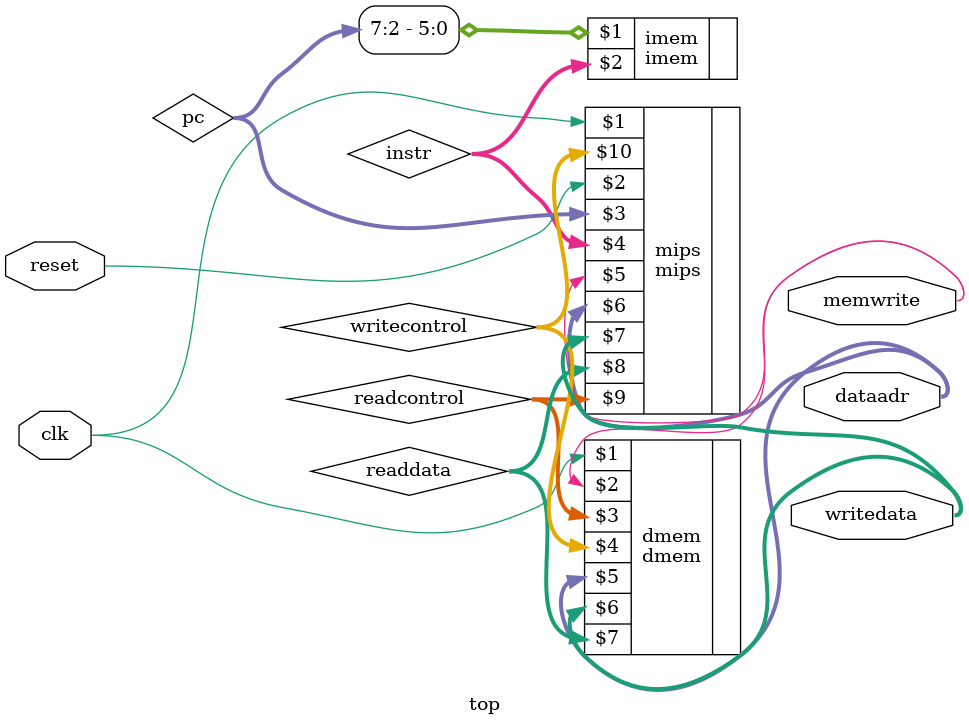
<source format=v>
`timescale 1ns / 1ps


module top(
    input clk, reset,
    output [31:0] writedata, dataadr,
    output memwrite
    );
    wire [31:0] pc, instr, readdata;
    wire [2:0] readcontrol;
    wire [1:0] writecontrol;
    //instantiate processor and memories
    mips mips(clk, reset, pc, instr, memwrite, dataadr, writedata, readdata, readcontrol, writecontrol);
    imem imem(pc[7:2], instr);
    dmem dmem(clk, memwrite, readcontrol, writecontrol, dataadr, writedata, readdata);
endmodule

</source>
